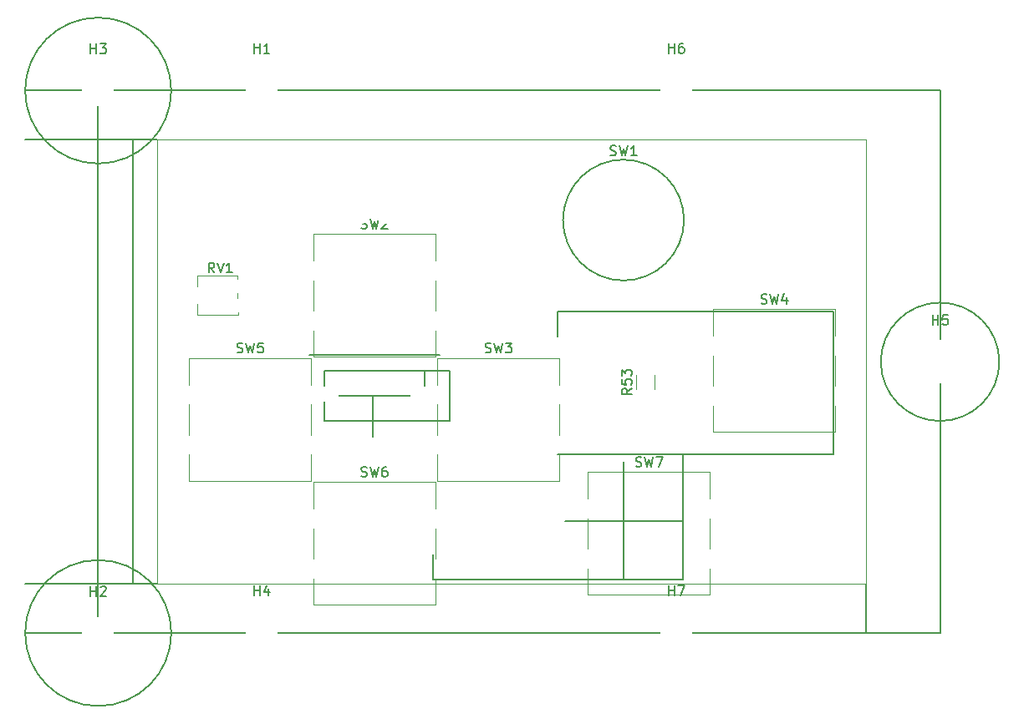
<source format=gto>
G04 #@! TF.GenerationSoftware,KiCad,Pcbnew,(5.1.0)-1*
G04 #@! TF.CreationDate,2022-08-09T13:46:42+10:00*
G04 #@! TF.ProjectId,mainPCB_v0.9-br2,6d61696e-5043-4425-9f76-302e392d6272,rev?*
G04 #@! TF.SameCoordinates,Original*
G04 #@! TF.FileFunction,Legend,Top*
G04 #@! TF.FilePolarity,Positive*
%FSLAX46Y46*%
G04 Gerber Fmt 4.6, Leading zero omitted, Abs format (unit mm)*
G04 Created by KiCad (PCBNEW (5.1.0)-1) date 2022-08-09 13:46:42*
%MOMM*%
%LPD*%
G04 APERTURE LIST*
%ADD10C,0.150000*%
%ADD11C,0.100000*%
%ADD12C,0.120000*%
%ADD13C,4.500000*%
%ADD14C,1.700000*%
%ADD15O,1.700000X1.950000*%
%ADD16C,1.125000*%
%ADD17R,1.200000X1.200000*%
%ADD18R,1.500000X1.600000*%
%ADD19C,2.000000*%
%ADD20R,3.000000X1.500000*%
%ADD21C,3.200000*%
%ADD22R,1.700000X1.700000*%
%ADD23O,1.700000X1.700000*%
G04 APERTURE END LIST*
D10*
X148209000Y-90043000D02*
X148209000Y-94996000D01*
X70454000Y-95043000D02*
X63054000Y-95059500D01*
X70454000Y-40043000D02*
X63054000Y-40043000D01*
X73954000Y-45043000D02*
X63054000Y-45043000D01*
X73954000Y-90043000D02*
X63054000Y-90043000D01*
X73954000Y-90043000D02*
X76454000Y-90043000D01*
X76454000Y-45043000D02*
X73954000Y-45043000D01*
X73954000Y-45043000D02*
X73954000Y-90043000D01*
X161722000Y-67543000D02*
G75*
G03X161722000Y-67543000I-6000000J0D01*
G01*
X77854000Y-95043000D02*
G75*
G03X77854000Y-95043000I-7400000J0D01*
G01*
X77854000Y-40043000D02*
G75*
G03X77854000Y-40043000I-7400000J0D01*
G01*
X70454000Y-95043000D02*
X70454000Y-40043000D01*
X155722000Y-95043000D02*
X70454000Y-95043000D01*
X155722000Y-40043000D02*
X155722000Y-95043000D01*
X70454000Y-40043000D02*
X155722000Y-40043000D01*
D11*
X76454000Y-90043000D02*
X76454000Y-45043000D01*
X148209000Y-90043000D02*
X76454000Y-90043000D01*
X148209000Y-45043000D02*
X148209000Y-90043000D01*
X76454000Y-45043000D02*
X148209000Y-45043000D01*
D10*
X117729000Y-83693000D02*
X129667000Y-83693000D01*
X123698000Y-77724000D02*
X123698000Y-89662000D01*
X127190500Y-56134000D02*
X127127000Y-56134000D01*
X116967000Y-62484000D02*
X144907000Y-62484000D01*
X144907000Y-76962000D02*
X144907000Y-62484000D01*
X129667000Y-76962000D02*
X144907000Y-76962000D01*
X116967000Y-65024000D02*
X116967000Y-62484000D01*
X129667000Y-89662000D02*
X104394000Y-89662000D01*
X129667000Y-76962000D02*
X129667000Y-89662000D01*
X104394000Y-87122000D02*
X104394000Y-89662000D01*
X116967000Y-76962000D02*
X129667000Y-76962000D01*
X98298000Y-70993000D02*
X98298000Y-75118000D01*
X103505000Y-70993000D02*
X93345000Y-70993000D01*
X103505000Y-68453000D02*
X103505000Y-70993000D01*
X105021000Y-66868000D02*
X91821000Y-66868000D01*
X106045000Y-68453000D02*
X93345000Y-68453000D01*
X93345000Y-73533000D02*
X93345000Y-68453000D01*
X106045000Y-73533000D02*
X106045000Y-68453000D01*
X93345000Y-73533000D02*
X106045000Y-73533000D01*
D12*
X124947000Y-70323064D02*
X124947000Y-68868936D01*
X126767000Y-70323064D02*
X126767000Y-68868936D01*
X80518000Y-58801000D02*
X84582000Y-58801000D01*
X80518000Y-62801500D02*
X84645500Y-62801500D01*
X80518000Y-58801000D02*
X80518000Y-59944000D01*
X80518000Y-61722000D02*
X80518000Y-62801500D01*
X84582000Y-58801000D02*
X84582000Y-59182000D01*
X84582000Y-60579000D02*
X84582000Y-61099000D01*
X84645500Y-62547500D02*
X84645500Y-62801500D01*
D10*
X121277847Y-58817163D02*
G75*
G03X121268000Y-58813000I2380153J5644163D01*
G01*
D12*
X92254000Y-59305000D02*
X92254000Y-62361000D01*
X104596000Y-59305000D02*
X104596000Y-62361000D01*
X92254000Y-54610000D02*
X92254000Y-57296000D01*
X104596000Y-54610000D02*
X92254000Y-54610000D01*
X104596000Y-57296000D02*
X104596000Y-54610000D01*
X92254000Y-67056000D02*
X92254000Y-64370000D01*
X104596000Y-67056000D02*
X92254000Y-67056000D01*
X104596000Y-64370000D02*
X104596000Y-67056000D01*
X117169000Y-76943000D02*
X117169000Y-79629000D01*
X117169000Y-79629000D02*
X104827000Y-79629000D01*
X104827000Y-79629000D02*
X104827000Y-76943000D01*
X117169000Y-69869000D02*
X117169000Y-67183000D01*
X117169000Y-67183000D02*
X104827000Y-67183000D01*
X104827000Y-67183000D02*
X104827000Y-69869000D01*
X117169000Y-71878000D02*
X117169000Y-74934000D01*
X104827000Y-71878000D02*
X104827000Y-74934000D01*
X145109000Y-71990000D02*
X145109000Y-74676000D01*
X145109000Y-74676000D02*
X132767000Y-74676000D01*
X132767000Y-74676000D02*
X132767000Y-71990000D01*
X145109000Y-64916000D02*
X145109000Y-62230000D01*
X145109000Y-62230000D02*
X132767000Y-62230000D01*
X132767000Y-62230000D02*
X132767000Y-64916000D01*
X145109000Y-66925000D02*
X145109000Y-69981000D01*
X132767000Y-66925000D02*
X132767000Y-69981000D01*
X92023000Y-76943000D02*
X92023000Y-79629000D01*
X92023000Y-79629000D02*
X79681000Y-79629000D01*
X79681000Y-79629000D02*
X79681000Y-76943000D01*
X92023000Y-69869000D02*
X92023000Y-67183000D01*
X92023000Y-67183000D02*
X79681000Y-67183000D01*
X79681000Y-67183000D02*
X79681000Y-69869000D01*
X92023000Y-71878000D02*
X92023000Y-74934000D01*
X79681000Y-71878000D02*
X79681000Y-74934000D01*
X92254000Y-84451000D02*
X92254000Y-87507000D01*
X104596000Y-84451000D02*
X104596000Y-87507000D01*
X92254000Y-79756000D02*
X92254000Y-82442000D01*
X104596000Y-79756000D02*
X92254000Y-79756000D01*
X104596000Y-82442000D02*
X104596000Y-79756000D01*
X92254000Y-92202000D02*
X92254000Y-89516000D01*
X104596000Y-92202000D02*
X92254000Y-92202000D01*
X104596000Y-89516000D02*
X104596000Y-92202000D01*
X120067000Y-83435000D02*
X120067000Y-86491000D01*
X132409000Y-83435000D02*
X132409000Y-86491000D01*
X120067000Y-78740000D02*
X120067000Y-81426000D01*
X132409000Y-78740000D02*
X120067000Y-78740000D01*
X132409000Y-81426000D02*
X132409000Y-78740000D01*
X120067000Y-91186000D02*
X120067000Y-88500000D01*
X132409000Y-91186000D02*
X120067000Y-91186000D01*
X132409000Y-88500000D02*
X132409000Y-91186000D01*
D10*
X154960095Y-63795380D02*
X154960095Y-62795380D01*
X154960095Y-63271571D02*
X155531523Y-63271571D01*
X155531523Y-63795380D02*
X155531523Y-62795380D01*
X156483904Y-62795380D02*
X156007714Y-62795380D01*
X155960095Y-63271571D01*
X156007714Y-63223952D01*
X156102952Y-63176333D01*
X156341047Y-63176333D01*
X156436285Y-63223952D01*
X156483904Y-63271571D01*
X156531523Y-63366809D01*
X156531523Y-63604904D01*
X156483904Y-63700142D01*
X156436285Y-63747761D01*
X156341047Y-63795380D01*
X156102952Y-63795380D01*
X156007714Y-63747761D01*
X155960095Y-63700142D01*
X124489380Y-70238857D02*
X124013190Y-70572190D01*
X124489380Y-70810285D02*
X123489380Y-70810285D01*
X123489380Y-70429333D01*
X123537000Y-70334095D01*
X123584619Y-70286476D01*
X123679857Y-70238857D01*
X123822714Y-70238857D01*
X123917952Y-70286476D01*
X123965571Y-70334095D01*
X124013190Y-70429333D01*
X124013190Y-70810285D01*
X123489380Y-69334095D02*
X123489380Y-69810285D01*
X123965571Y-69857904D01*
X123917952Y-69810285D01*
X123870333Y-69715047D01*
X123870333Y-69476952D01*
X123917952Y-69381714D01*
X123965571Y-69334095D01*
X124060809Y-69286476D01*
X124298904Y-69286476D01*
X124394142Y-69334095D01*
X124441761Y-69381714D01*
X124489380Y-69476952D01*
X124489380Y-69715047D01*
X124441761Y-69810285D01*
X124394142Y-69857904D01*
X123489380Y-68953142D02*
X123489380Y-68334095D01*
X123870333Y-68667428D01*
X123870333Y-68524571D01*
X123917952Y-68429333D01*
X123965571Y-68381714D01*
X124060809Y-68334095D01*
X124298904Y-68334095D01*
X124394142Y-68381714D01*
X124441761Y-68429333D01*
X124489380Y-68524571D01*
X124489380Y-68810285D01*
X124441761Y-68905523D01*
X124394142Y-68953142D01*
X82208761Y-58491380D02*
X81875428Y-58015190D01*
X81637333Y-58491380D02*
X81637333Y-57491380D01*
X82018285Y-57491380D01*
X82113523Y-57539000D01*
X82161142Y-57586619D01*
X82208761Y-57681857D01*
X82208761Y-57824714D01*
X82161142Y-57919952D01*
X82113523Y-57967571D01*
X82018285Y-58015190D01*
X81637333Y-58015190D01*
X82494476Y-57491380D02*
X82827809Y-58491380D01*
X83161142Y-57491380D01*
X84018285Y-58491380D02*
X83446857Y-58491380D01*
X83732571Y-58491380D02*
X83732571Y-57491380D01*
X83637333Y-57634238D01*
X83542095Y-57729476D01*
X83446857Y-57777095D01*
X122324666Y-46577761D02*
X122467523Y-46625380D01*
X122705619Y-46625380D01*
X122800857Y-46577761D01*
X122848476Y-46530142D01*
X122896095Y-46434904D01*
X122896095Y-46339666D01*
X122848476Y-46244428D01*
X122800857Y-46196809D01*
X122705619Y-46149190D01*
X122515142Y-46101571D01*
X122419904Y-46053952D01*
X122372285Y-46006333D01*
X122324666Y-45911095D01*
X122324666Y-45815857D01*
X122372285Y-45720619D01*
X122419904Y-45673000D01*
X122515142Y-45625380D01*
X122753238Y-45625380D01*
X122896095Y-45673000D01*
X123229428Y-45625380D02*
X123467523Y-46625380D01*
X123658000Y-45911095D01*
X123848476Y-46625380D01*
X124086571Y-45625380D01*
X124991333Y-46625380D02*
X124419904Y-46625380D01*
X124705619Y-46625380D02*
X124705619Y-45625380D01*
X124610380Y-45768238D01*
X124515142Y-45863476D01*
X124419904Y-45911095D01*
X97091666Y-53998761D02*
X97234523Y-54046380D01*
X97472619Y-54046380D01*
X97567857Y-53998761D01*
X97615476Y-53951142D01*
X97663095Y-53855904D01*
X97663095Y-53760666D01*
X97615476Y-53665428D01*
X97567857Y-53617809D01*
X97472619Y-53570190D01*
X97282142Y-53522571D01*
X97186904Y-53474952D01*
X97139285Y-53427333D01*
X97091666Y-53332095D01*
X97091666Y-53236857D01*
X97139285Y-53141619D01*
X97186904Y-53094000D01*
X97282142Y-53046380D01*
X97520238Y-53046380D01*
X97663095Y-53094000D01*
X97996428Y-53046380D02*
X98234523Y-54046380D01*
X98425000Y-53332095D01*
X98615476Y-54046380D01*
X98853571Y-53046380D01*
X99186904Y-53141619D02*
X99234523Y-53094000D01*
X99329761Y-53046380D01*
X99567857Y-53046380D01*
X99663095Y-53094000D01*
X99710714Y-53141619D01*
X99758333Y-53236857D01*
X99758333Y-53332095D01*
X99710714Y-53474952D01*
X99139285Y-54046380D01*
X99758333Y-54046380D01*
X109664666Y-66571761D02*
X109807523Y-66619380D01*
X110045619Y-66619380D01*
X110140857Y-66571761D01*
X110188476Y-66524142D01*
X110236095Y-66428904D01*
X110236095Y-66333666D01*
X110188476Y-66238428D01*
X110140857Y-66190809D01*
X110045619Y-66143190D01*
X109855142Y-66095571D01*
X109759904Y-66047952D01*
X109712285Y-66000333D01*
X109664666Y-65905095D01*
X109664666Y-65809857D01*
X109712285Y-65714619D01*
X109759904Y-65667000D01*
X109855142Y-65619380D01*
X110093238Y-65619380D01*
X110236095Y-65667000D01*
X110569428Y-65619380D02*
X110807523Y-66619380D01*
X110998000Y-65905095D01*
X111188476Y-66619380D01*
X111426571Y-65619380D01*
X111712285Y-65619380D02*
X112331333Y-65619380D01*
X111998000Y-66000333D01*
X112140857Y-66000333D01*
X112236095Y-66047952D01*
X112283714Y-66095571D01*
X112331333Y-66190809D01*
X112331333Y-66428904D01*
X112283714Y-66524142D01*
X112236095Y-66571761D01*
X112140857Y-66619380D01*
X111855142Y-66619380D01*
X111759904Y-66571761D01*
X111712285Y-66524142D01*
X137604666Y-61618761D02*
X137747523Y-61666380D01*
X137985619Y-61666380D01*
X138080857Y-61618761D01*
X138128476Y-61571142D01*
X138176095Y-61475904D01*
X138176095Y-61380666D01*
X138128476Y-61285428D01*
X138080857Y-61237809D01*
X137985619Y-61190190D01*
X137795142Y-61142571D01*
X137699904Y-61094952D01*
X137652285Y-61047333D01*
X137604666Y-60952095D01*
X137604666Y-60856857D01*
X137652285Y-60761619D01*
X137699904Y-60714000D01*
X137795142Y-60666380D01*
X138033238Y-60666380D01*
X138176095Y-60714000D01*
X138509428Y-60666380D02*
X138747523Y-61666380D01*
X138938000Y-60952095D01*
X139128476Y-61666380D01*
X139366571Y-60666380D01*
X140176095Y-60999714D02*
X140176095Y-61666380D01*
X139938000Y-60618761D02*
X139699904Y-61333047D01*
X140318952Y-61333047D01*
X84518666Y-66571761D02*
X84661523Y-66619380D01*
X84899619Y-66619380D01*
X84994857Y-66571761D01*
X85042476Y-66524142D01*
X85090095Y-66428904D01*
X85090095Y-66333666D01*
X85042476Y-66238428D01*
X84994857Y-66190809D01*
X84899619Y-66143190D01*
X84709142Y-66095571D01*
X84613904Y-66047952D01*
X84566285Y-66000333D01*
X84518666Y-65905095D01*
X84518666Y-65809857D01*
X84566285Y-65714619D01*
X84613904Y-65667000D01*
X84709142Y-65619380D01*
X84947238Y-65619380D01*
X85090095Y-65667000D01*
X85423428Y-65619380D02*
X85661523Y-66619380D01*
X85852000Y-65905095D01*
X86042476Y-66619380D01*
X86280571Y-65619380D01*
X87137714Y-65619380D02*
X86661523Y-65619380D01*
X86613904Y-66095571D01*
X86661523Y-66047952D01*
X86756761Y-66000333D01*
X86994857Y-66000333D01*
X87090095Y-66047952D01*
X87137714Y-66095571D01*
X87185333Y-66190809D01*
X87185333Y-66428904D01*
X87137714Y-66524142D01*
X87090095Y-66571761D01*
X86994857Y-66619380D01*
X86756761Y-66619380D01*
X86661523Y-66571761D01*
X86613904Y-66524142D01*
X97091666Y-79144761D02*
X97234523Y-79192380D01*
X97472619Y-79192380D01*
X97567857Y-79144761D01*
X97615476Y-79097142D01*
X97663095Y-79001904D01*
X97663095Y-78906666D01*
X97615476Y-78811428D01*
X97567857Y-78763809D01*
X97472619Y-78716190D01*
X97282142Y-78668571D01*
X97186904Y-78620952D01*
X97139285Y-78573333D01*
X97091666Y-78478095D01*
X97091666Y-78382857D01*
X97139285Y-78287619D01*
X97186904Y-78240000D01*
X97282142Y-78192380D01*
X97520238Y-78192380D01*
X97663095Y-78240000D01*
X97996428Y-78192380D02*
X98234523Y-79192380D01*
X98425000Y-78478095D01*
X98615476Y-79192380D01*
X98853571Y-78192380D01*
X99663095Y-78192380D02*
X99472619Y-78192380D01*
X99377380Y-78240000D01*
X99329761Y-78287619D01*
X99234523Y-78430476D01*
X99186904Y-78620952D01*
X99186904Y-79001904D01*
X99234523Y-79097142D01*
X99282142Y-79144761D01*
X99377380Y-79192380D01*
X99567857Y-79192380D01*
X99663095Y-79144761D01*
X99710714Y-79097142D01*
X99758333Y-79001904D01*
X99758333Y-78763809D01*
X99710714Y-78668571D01*
X99663095Y-78620952D01*
X99567857Y-78573333D01*
X99377380Y-78573333D01*
X99282142Y-78620952D01*
X99234523Y-78668571D01*
X99186904Y-78763809D01*
X124904666Y-78128761D02*
X125047523Y-78176380D01*
X125285619Y-78176380D01*
X125380857Y-78128761D01*
X125428476Y-78081142D01*
X125476095Y-77985904D01*
X125476095Y-77890666D01*
X125428476Y-77795428D01*
X125380857Y-77747809D01*
X125285619Y-77700190D01*
X125095142Y-77652571D01*
X124999904Y-77604952D01*
X124952285Y-77557333D01*
X124904666Y-77462095D01*
X124904666Y-77366857D01*
X124952285Y-77271619D01*
X124999904Y-77224000D01*
X125095142Y-77176380D01*
X125333238Y-77176380D01*
X125476095Y-77224000D01*
X125809428Y-77176380D02*
X126047523Y-78176380D01*
X126238000Y-77462095D01*
X126428476Y-78176380D01*
X126666571Y-77176380D01*
X126952285Y-77176380D02*
X127618952Y-77176380D01*
X127190380Y-78176380D01*
X69692095Y-91295380D02*
X69692095Y-90295380D01*
X69692095Y-90771571D02*
X70263523Y-90771571D01*
X70263523Y-91295380D02*
X70263523Y-90295380D01*
X70692095Y-90390619D02*
X70739714Y-90343000D01*
X70834952Y-90295380D01*
X71073047Y-90295380D01*
X71168285Y-90343000D01*
X71215904Y-90390619D01*
X71263523Y-90485857D01*
X71263523Y-90581095D01*
X71215904Y-90723952D01*
X70644476Y-91295380D01*
X71263523Y-91295380D01*
X69692095Y-36295380D02*
X69692095Y-35295380D01*
X69692095Y-35771571D02*
X70263523Y-35771571D01*
X70263523Y-36295380D02*
X70263523Y-35295380D01*
X70644476Y-35295380D02*
X71263523Y-35295380D01*
X70930190Y-35676333D01*
X71073047Y-35676333D01*
X71168285Y-35723952D01*
X71215904Y-35771571D01*
X71263523Y-35866809D01*
X71263523Y-36104904D01*
X71215904Y-36200142D01*
X71168285Y-36247761D01*
X71073047Y-36295380D01*
X70787333Y-36295380D01*
X70692095Y-36247761D01*
X70644476Y-36200142D01*
X86238095Y-36252380D02*
X86238095Y-35252380D01*
X86238095Y-35728571D02*
X86809523Y-35728571D01*
X86809523Y-36252380D02*
X86809523Y-35252380D01*
X87809523Y-36252380D02*
X87238095Y-36252380D01*
X87523809Y-36252380D02*
X87523809Y-35252380D01*
X87428571Y-35395238D01*
X87333333Y-35490476D01*
X87238095Y-35538095D01*
X86238095Y-91252380D02*
X86238095Y-90252380D01*
X86238095Y-90728571D02*
X86809523Y-90728571D01*
X86809523Y-91252380D02*
X86809523Y-90252380D01*
X87714285Y-90585714D02*
X87714285Y-91252380D01*
X87476190Y-90204761D02*
X87238095Y-90919047D01*
X87857142Y-90919047D01*
X128238095Y-36252380D02*
X128238095Y-35252380D01*
X128238095Y-35728571D02*
X128809523Y-35728571D01*
X128809523Y-36252380D02*
X128809523Y-35252380D01*
X129714285Y-35252380D02*
X129523809Y-35252380D01*
X129428571Y-35300000D01*
X129380952Y-35347619D01*
X129285714Y-35490476D01*
X129238095Y-35680952D01*
X129238095Y-36061904D01*
X129285714Y-36157142D01*
X129333333Y-36204761D01*
X129428571Y-36252380D01*
X129619047Y-36252380D01*
X129714285Y-36204761D01*
X129761904Y-36157142D01*
X129809523Y-36061904D01*
X129809523Y-35823809D01*
X129761904Y-35728571D01*
X129714285Y-35680952D01*
X129619047Y-35633333D01*
X129428571Y-35633333D01*
X129333333Y-35680952D01*
X129285714Y-35728571D01*
X129238095Y-35823809D01*
X128238095Y-91252380D02*
X128238095Y-90252380D01*
X128238095Y-90728571D02*
X128809523Y-90728571D01*
X128809523Y-91252380D02*
X128809523Y-90252380D01*
X129190476Y-90252380D02*
X129857142Y-90252380D01*
X129428571Y-91252380D01*
%LPC*%
D13*
X155722000Y-67543000D03*
D14*
X140525500Y-49530000D03*
X140525500Y-52070000D03*
X140525500Y-54610000D03*
X140525500Y-57150000D03*
X140525500Y-59690000D03*
X137985500Y-49530000D03*
X137985500Y-52070000D03*
X137985500Y-54610000D03*
X137985500Y-57150000D03*
D11*
G36*
X138610004Y-58841204D02*
G01*
X138634273Y-58844804D01*
X138658071Y-58850765D01*
X138681171Y-58859030D01*
X138703349Y-58869520D01*
X138724393Y-58882133D01*
X138744098Y-58896747D01*
X138762277Y-58913223D01*
X138778753Y-58931402D01*
X138793367Y-58951107D01*
X138805980Y-58972151D01*
X138816470Y-58994329D01*
X138824735Y-59017429D01*
X138830696Y-59041227D01*
X138834296Y-59065496D01*
X138835500Y-59090000D01*
X138835500Y-60290000D01*
X138834296Y-60314504D01*
X138830696Y-60338773D01*
X138824735Y-60362571D01*
X138816470Y-60385671D01*
X138805980Y-60407849D01*
X138793367Y-60428893D01*
X138778753Y-60448598D01*
X138762277Y-60466777D01*
X138744098Y-60483253D01*
X138724393Y-60497867D01*
X138703349Y-60510480D01*
X138681171Y-60520970D01*
X138658071Y-60529235D01*
X138634273Y-60535196D01*
X138610004Y-60538796D01*
X138585500Y-60540000D01*
X137385500Y-60540000D01*
X137360996Y-60538796D01*
X137336727Y-60535196D01*
X137312929Y-60529235D01*
X137289829Y-60520970D01*
X137267651Y-60510480D01*
X137246607Y-60497867D01*
X137226902Y-60483253D01*
X137208723Y-60466777D01*
X137192247Y-60448598D01*
X137177633Y-60428893D01*
X137165020Y-60407849D01*
X137154530Y-60385671D01*
X137146265Y-60362571D01*
X137140304Y-60338773D01*
X137136704Y-60314504D01*
X137135500Y-60290000D01*
X137135500Y-59090000D01*
X137136704Y-59065496D01*
X137140304Y-59041227D01*
X137146265Y-59017429D01*
X137154530Y-58994329D01*
X137165020Y-58972151D01*
X137177633Y-58951107D01*
X137192247Y-58931402D01*
X137208723Y-58913223D01*
X137226902Y-58896747D01*
X137246607Y-58882133D01*
X137267651Y-58869520D01*
X137289829Y-58859030D01*
X137312929Y-58850765D01*
X137336727Y-58844804D01*
X137360996Y-58841204D01*
X137385500Y-58840000D01*
X138585500Y-58840000D01*
X138610004Y-58841204D01*
X138610004Y-58841204D01*
G37*
D14*
X137985500Y-59690000D03*
D11*
G36*
X80190004Y-51667704D02*
G01*
X80214273Y-51671304D01*
X80238071Y-51677265D01*
X80261171Y-51685530D01*
X80283349Y-51696020D01*
X80304393Y-51708633D01*
X80324098Y-51723247D01*
X80342277Y-51739723D01*
X80358753Y-51757902D01*
X80373367Y-51777607D01*
X80385980Y-51798651D01*
X80396470Y-51820829D01*
X80404735Y-51843929D01*
X80410696Y-51867727D01*
X80414296Y-51891996D01*
X80415500Y-51916500D01*
X80415500Y-53366500D01*
X80414296Y-53391004D01*
X80410696Y-53415273D01*
X80404735Y-53439071D01*
X80396470Y-53462171D01*
X80385980Y-53484349D01*
X80373367Y-53505393D01*
X80358753Y-53525098D01*
X80342277Y-53543277D01*
X80324098Y-53559753D01*
X80304393Y-53574367D01*
X80283349Y-53586980D01*
X80261171Y-53597470D01*
X80238071Y-53605735D01*
X80214273Y-53611696D01*
X80190004Y-53615296D01*
X80165500Y-53616500D01*
X78965500Y-53616500D01*
X78940996Y-53615296D01*
X78916727Y-53611696D01*
X78892929Y-53605735D01*
X78869829Y-53597470D01*
X78847651Y-53586980D01*
X78826607Y-53574367D01*
X78806902Y-53559753D01*
X78788723Y-53543277D01*
X78772247Y-53525098D01*
X78757633Y-53505393D01*
X78745020Y-53484349D01*
X78734530Y-53462171D01*
X78726265Y-53439071D01*
X78720304Y-53415273D01*
X78716704Y-53391004D01*
X78715500Y-53366500D01*
X78715500Y-51916500D01*
X78716704Y-51891996D01*
X78720304Y-51867727D01*
X78726265Y-51843929D01*
X78734530Y-51820829D01*
X78745020Y-51798651D01*
X78757633Y-51777607D01*
X78772247Y-51757902D01*
X78788723Y-51739723D01*
X78806902Y-51723247D01*
X78826607Y-51708633D01*
X78847651Y-51696020D01*
X78869829Y-51685530D01*
X78892929Y-51677265D01*
X78916727Y-51671304D01*
X78940996Y-51667704D01*
X78965500Y-51666500D01*
X80165500Y-51666500D01*
X80190004Y-51667704D01*
X80190004Y-51667704D01*
G37*
D14*
X79565500Y-52641500D03*
D15*
X82065500Y-52641500D03*
X84565500Y-52641500D03*
X87065500Y-52641500D03*
X89565500Y-52641500D03*
X92065500Y-52641500D03*
X94565500Y-52641500D03*
X97065500Y-52641500D03*
X99565500Y-52641500D03*
X102065500Y-52641500D03*
D11*
G36*
X126506505Y-70497204D02*
G01*
X126530773Y-70500804D01*
X126554572Y-70506765D01*
X126577671Y-70515030D01*
X126599850Y-70525520D01*
X126620893Y-70538132D01*
X126640599Y-70552747D01*
X126658777Y-70569223D01*
X126675253Y-70587401D01*
X126689868Y-70607107D01*
X126702480Y-70628150D01*
X126712970Y-70650329D01*
X126721235Y-70673428D01*
X126727196Y-70697227D01*
X126730796Y-70721495D01*
X126732000Y-70745999D01*
X126732000Y-71371001D01*
X126730796Y-71395505D01*
X126727196Y-71419773D01*
X126721235Y-71443572D01*
X126712970Y-71466671D01*
X126702480Y-71488850D01*
X126689868Y-71509893D01*
X126675253Y-71529599D01*
X126658777Y-71547777D01*
X126640599Y-71564253D01*
X126620893Y-71578868D01*
X126599850Y-71591480D01*
X126577671Y-71601970D01*
X126554572Y-71610235D01*
X126530773Y-71616196D01*
X126506505Y-71619796D01*
X126482001Y-71621000D01*
X125231999Y-71621000D01*
X125207495Y-71619796D01*
X125183227Y-71616196D01*
X125159428Y-71610235D01*
X125136329Y-71601970D01*
X125114150Y-71591480D01*
X125093107Y-71578868D01*
X125073401Y-71564253D01*
X125055223Y-71547777D01*
X125038747Y-71529599D01*
X125024132Y-71509893D01*
X125011520Y-71488850D01*
X125001030Y-71466671D01*
X124992765Y-71443572D01*
X124986804Y-71419773D01*
X124983204Y-71395505D01*
X124982000Y-71371001D01*
X124982000Y-70745999D01*
X124983204Y-70721495D01*
X124986804Y-70697227D01*
X124992765Y-70673428D01*
X125001030Y-70650329D01*
X125011520Y-70628150D01*
X125024132Y-70607107D01*
X125038747Y-70587401D01*
X125055223Y-70569223D01*
X125073401Y-70552747D01*
X125093107Y-70538132D01*
X125114150Y-70525520D01*
X125136329Y-70515030D01*
X125159428Y-70506765D01*
X125183227Y-70500804D01*
X125207495Y-70497204D01*
X125231999Y-70496000D01*
X126482001Y-70496000D01*
X126506505Y-70497204D01*
X126506505Y-70497204D01*
G37*
D16*
X125857000Y-71058500D03*
D11*
G36*
X126506505Y-67572204D02*
G01*
X126530773Y-67575804D01*
X126554572Y-67581765D01*
X126577671Y-67590030D01*
X126599850Y-67600520D01*
X126620893Y-67613132D01*
X126640599Y-67627747D01*
X126658777Y-67644223D01*
X126675253Y-67662401D01*
X126689868Y-67682107D01*
X126702480Y-67703150D01*
X126712970Y-67725329D01*
X126721235Y-67748428D01*
X126727196Y-67772227D01*
X126730796Y-67796495D01*
X126732000Y-67820999D01*
X126732000Y-68446001D01*
X126730796Y-68470505D01*
X126727196Y-68494773D01*
X126721235Y-68518572D01*
X126712970Y-68541671D01*
X126702480Y-68563850D01*
X126689868Y-68584893D01*
X126675253Y-68604599D01*
X126658777Y-68622777D01*
X126640599Y-68639253D01*
X126620893Y-68653868D01*
X126599850Y-68666480D01*
X126577671Y-68676970D01*
X126554572Y-68685235D01*
X126530773Y-68691196D01*
X126506505Y-68694796D01*
X126482001Y-68696000D01*
X125231999Y-68696000D01*
X125207495Y-68694796D01*
X125183227Y-68691196D01*
X125159428Y-68685235D01*
X125136329Y-68676970D01*
X125114150Y-68666480D01*
X125093107Y-68653868D01*
X125073401Y-68639253D01*
X125055223Y-68622777D01*
X125038747Y-68604599D01*
X125024132Y-68584893D01*
X125011520Y-68563850D01*
X125001030Y-68541671D01*
X124992765Y-68518572D01*
X124986804Y-68494773D01*
X124983204Y-68470505D01*
X124982000Y-68446001D01*
X124982000Y-67820999D01*
X124983204Y-67796495D01*
X124986804Y-67772227D01*
X124992765Y-67748428D01*
X125001030Y-67725329D01*
X125011520Y-67703150D01*
X125024132Y-67682107D01*
X125038747Y-67662401D01*
X125055223Y-67644223D01*
X125073401Y-67627747D01*
X125093107Y-67613132D01*
X125114150Y-67600520D01*
X125136329Y-67590030D01*
X125159428Y-67581765D01*
X125183227Y-67575804D01*
X125207495Y-67572204D01*
X125231999Y-67571000D01*
X126482001Y-67571000D01*
X126506505Y-67572204D01*
X126506505Y-67572204D01*
G37*
D16*
X125857000Y-68133500D03*
D17*
X84350000Y-59833000D03*
D18*
X81100000Y-60833000D03*
D17*
X84350000Y-61833000D03*
D19*
X121158000Y-50673000D03*
X126558000Y-50673000D03*
X126558000Y-55753000D03*
X121158000Y-55753000D03*
X121158000Y-53213000D03*
X126558000Y-53213000D03*
X123758000Y-50673000D03*
D20*
X90925000Y-63373000D03*
X105925000Y-63373000D03*
X105925000Y-58293000D03*
X90925000Y-58293000D03*
X103498000Y-70866000D03*
X118498000Y-70866000D03*
X118498000Y-75946000D03*
X103498000Y-75946000D03*
X131438000Y-65913000D03*
X146438000Y-65913000D03*
X146438000Y-70993000D03*
X131438000Y-70993000D03*
X78352000Y-70866000D03*
X93352000Y-70866000D03*
X93352000Y-75946000D03*
X78352000Y-75946000D03*
X90925000Y-88519000D03*
X105925000Y-88519000D03*
X105925000Y-83439000D03*
X90925000Y-83439000D03*
X118738000Y-87503000D03*
X133738000Y-87503000D03*
X133738000Y-82423000D03*
X118738000Y-82423000D03*
D21*
X70454000Y-95043000D03*
X70454000Y-40043000D03*
D22*
X78422500Y-46863000D03*
D23*
X80962500Y-46863000D03*
X83502500Y-46863000D03*
X86042500Y-46863000D03*
X88582500Y-46863000D03*
X91122500Y-46863000D03*
X93662500Y-46863000D03*
X96202500Y-46863000D03*
X98742500Y-46863000D03*
X101282500Y-46863000D03*
X103822500Y-46863000D03*
X106362500Y-46863000D03*
X108902500Y-46863000D03*
X111442500Y-46863000D03*
X113982500Y-46863000D03*
X116522500Y-46863000D03*
D21*
X87000000Y-40000000D03*
X87000000Y-95000000D03*
X129000000Y-40000000D03*
X129000000Y-95000000D03*
M02*

</source>
